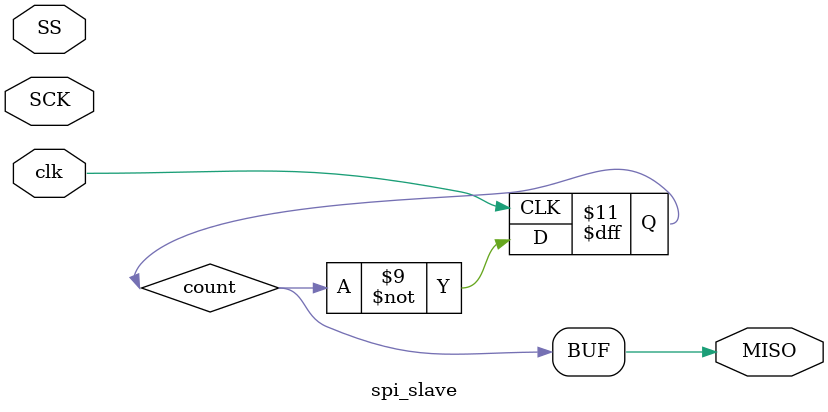
<source format=v>
module spi_slave(clk, SCK, MISO, SS);
input clk;
input SCK, SS;
output MISO;

reg count = 1'b0;
// no MOSI bc i can't think of anything we would need to send to the FPGA

//sync the SCK to the FPGA clock using 3-bits shift register
reg[2:0] SCKr; always @(posedge clk) SCKr <= {SCKr[1:0], SCK};
wire SCK_risingedge = (SCKr[2:1] == 2'b01);
wire SCK_fallingedge = (SCKr[2:1] == 2'b10);

//same for SS
reg[2:0] SSr; always @(posedge clk) SSr <= {SSr[1:0], SS};
wire SS_active = ~SSr[1];
wire SS_risingedge = (SSr[2:1] == 2'b01);
wire SS_fallingedge = (SSr[2:1] == 2'b10);

// for MOSI the code would look like
//reg[2:0] MOSIr; always @(posedge clk) MOSIr <= {MOSIr[0], MOSI};
//wire MOSI_data = MOSIr[1];

// not doing the whole receiving code for now

// TRANSMISSION: 
//reg[7:0] byte_data_sent;
//reg[7:0] count;
//always @(posedge clk) if(SS_fallingedge) count <= count + 8'h1;

//always @(posedge clk)
//if(SS_active)
//begin
//	if(SCK_risingedge)
//	begin
//		count = count + 1'b1;
//		byte_data_sent <= count;
//	end
//end

always @(posedge clk)
begin
count = ~count;
end

assign MISO = count;

endmodule

</source>
